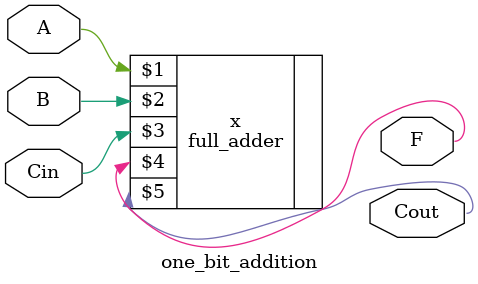
<source format=v>
module one_bit_addition (A,B,Cin,F,Cout);
input A,B,Cin;
output F,Cout;
full_adder x (A,B,Cin,F,Cout);
endmodule 

</source>
